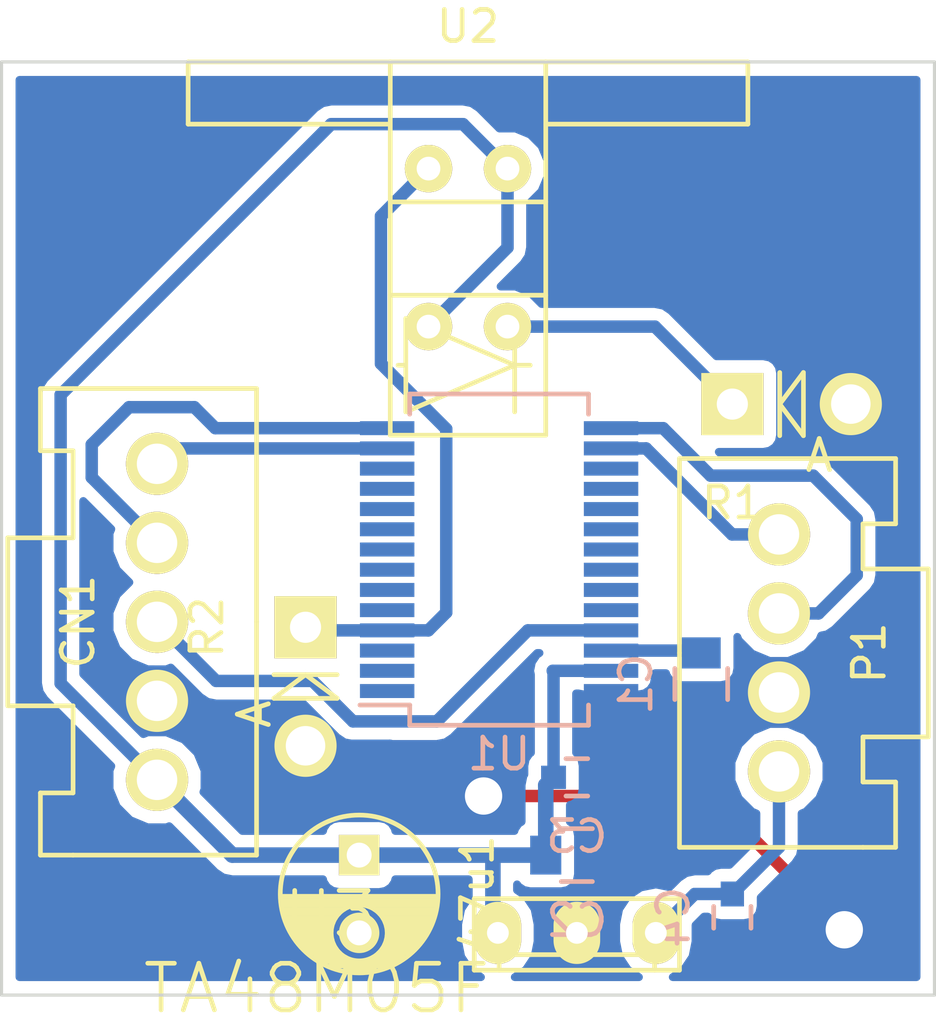
<source format=kicad_pcb>
(kicad_pcb (version 4) (host pcbnew "(2015-07-11 BZR 5925, Git c291b88)-product")

  (general
    (links 28)
    (no_connects 0)
    (area 109.924999 87.732 140.075001 121.115)
    (thickness 1.6)
    (drawings 4)
    (tracks 68)
    (zones 0)
    (modules 12)
    (nets 12)
  )

  (page A4)
  (layers
    (0 F.Cu signal)
    (31 B.Cu signal)
    (32 B.Adhes user)
    (33 F.Adhes user)
    (34 B.Paste user)
    (35 F.Paste user)
    (36 B.SilkS user)
    (37 F.SilkS user)
    (38 B.Mask user)
    (39 F.Mask user)
    (40 Dwgs.User user)
    (41 Cmts.User user)
    (42 Eco1.User user)
    (43 Eco2.User user)
    (44 Edge.Cuts user)
    (45 Margin user)
    (46 B.CrtYd user)
    (47 F.CrtYd user)
    (48 B.Fab user)
    (49 F.Fab user)
  )

  (setup
    (last_trace_width 0.4)
    (user_trace_width 0.4)
    (user_trace_width 0.5)
    (trace_clearance 0.2)
    (zone_clearance 0.4)
    (zone_45_only no)
    (trace_min 0.2)
    (segment_width 0.2)
    (edge_width 0.1)
    (via_size 0.6)
    (via_drill 0.4)
    (via_min_size 0.4)
    (via_min_drill 0.3)
    (user_via 2 1.2)
    (uvia_size 0.3)
    (uvia_drill 0.1)
    (uvias_allowed no)
    (uvia_min_size 0.2)
    (uvia_min_drill 0.1)
    (pcb_text_width 0.3)
    (pcb_text_size 1.5 1.5)
    (mod_edge_width 0.15)
    (mod_text_size 1 1)
    (mod_text_width 0.15)
    (pad_size 1.5 1.5)
    (pad_drill 0.6)
    (pad_to_mask_clearance 0)
    (aux_axis_origin 0 0)
    (visible_elements 7FFFFFFF)
    (pcbplotparams
      (layerselection 0x00030_80000001)
      (usegerberextensions false)
      (excludeedgelayer true)
      (linewidth 0.100000)
      (plotframeref false)
      (viasonmask false)
      (mode 1)
      (useauxorigin false)
      (hpglpennumber 1)
      (hpglpenspeed 20)
      (hpglpendiameter 15)
      (hpglpenoverlay 2)
      (psnegative false)
      (psa4output false)
      (plotreference true)
      (plotvalue true)
      (plotinvisibletext false)
      (padsonsilk false)
      (subtractmaskfromsilk false)
      (outputformat 1)
      (mirror false)
      (drillshape 1)
      (scaleselection 1)
      (outputdirectory ""))
  )

  (net 0 "")
  (net 1 +5V)
  (net 2 GND)
  (net 3 "Net-(C1-Pad1)")
  (net 4 +9V)
  (net 5 SWDIO)
  (net 6 SWDCK)
  (net 7 XRES)
  (net 8 RX)
  (net 9 TX)
  (net 10 "Net-(R1-Pad1)")
  (net 11 SIG1)

  (net_class Default "これは標準のネット クラスです。"
    (clearance 0.2)
    (trace_width 0.25)
    (via_dia 0.6)
    (via_drill 0.4)
    (uvia_dia 0.3)
    (uvia_drill 0.1)
    (add_net +5V)
    (add_net +9V)
    (add_net GND)
    (add_net "Net-(C1-Pad1)")
    (add_net "Net-(R1-Pad1)")
    (add_net RX)
    (add_net SIG1)
    (add_net SWDCK)
    (add_net SWDIO)
    (add_net TX)
    (add_net XRES)
  )

  (module Capacitors_ThroughHole:C_Radial_D5_L6_P2.5 (layer F.Cu) (tedit 0) (tstamp 55CFCECF)
    (at 121.5 115.5 270)
    (descr "Radial Electrolytic Capacitor Diameter 5mm x Length 6mm, Pitch 2.5mm")
    (tags "Electrolytic Capacitor")
    (path /55CFB50A)
    (fp_text reference 47u1 (at 1.25 -3.8 270) (layer F.SilkS)
      (effects (font (size 1 1) (thickness 0.15)))
    )
    (fp_text value CP (at 1.25 3.8 270) (layer F.Fab)
      (effects (font (size 1 1) (thickness 0.15)))
    )
    (fp_line (start 1.325 -2.499) (end 1.325 2.499) (layer F.SilkS) (width 0.15))
    (fp_line (start 1.465 -2.491) (end 1.465 2.491) (layer F.SilkS) (width 0.15))
    (fp_line (start 1.605 -2.475) (end 1.605 -0.095) (layer F.SilkS) (width 0.15))
    (fp_line (start 1.605 0.095) (end 1.605 2.475) (layer F.SilkS) (width 0.15))
    (fp_line (start 1.745 -2.451) (end 1.745 -0.49) (layer F.SilkS) (width 0.15))
    (fp_line (start 1.745 0.49) (end 1.745 2.451) (layer F.SilkS) (width 0.15))
    (fp_line (start 1.885 -2.418) (end 1.885 -0.657) (layer F.SilkS) (width 0.15))
    (fp_line (start 1.885 0.657) (end 1.885 2.418) (layer F.SilkS) (width 0.15))
    (fp_line (start 2.025 -2.377) (end 2.025 -0.764) (layer F.SilkS) (width 0.15))
    (fp_line (start 2.025 0.764) (end 2.025 2.377) (layer F.SilkS) (width 0.15))
    (fp_line (start 2.165 -2.327) (end 2.165 -0.835) (layer F.SilkS) (width 0.15))
    (fp_line (start 2.165 0.835) (end 2.165 2.327) (layer F.SilkS) (width 0.15))
    (fp_line (start 2.305 -2.266) (end 2.305 -0.879) (layer F.SilkS) (width 0.15))
    (fp_line (start 2.305 0.879) (end 2.305 2.266) (layer F.SilkS) (width 0.15))
    (fp_line (start 2.445 -2.196) (end 2.445 -0.898) (layer F.SilkS) (width 0.15))
    (fp_line (start 2.445 0.898) (end 2.445 2.196) (layer F.SilkS) (width 0.15))
    (fp_line (start 2.585 -2.114) (end 2.585 -0.896) (layer F.SilkS) (width 0.15))
    (fp_line (start 2.585 0.896) (end 2.585 2.114) (layer F.SilkS) (width 0.15))
    (fp_line (start 2.725 -2.019) (end 2.725 -0.871) (layer F.SilkS) (width 0.15))
    (fp_line (start 2.725 0.871) (end 2.725 2.019) (layer F.SilkS) (width 0.15))
    (fp_line (start 2.865 -1.908) (end 2.865 -0.823) (layer F.SilkS) (width 0.15))
    (fp_line (start 2.865 0.823) (end 2.865 1.908) (layer F.SilkS) (width 0.15))
    (fp_line (start 3.005 -1.78) (end 3.005 -0.745) (layer F.SilkS) (width 0.15))
    (fp_line (start 3.005 0.745) (end 3.005 1.78) (layer F.SilkS) (width 0.15))
    (fp_line (start 3.145 -1.631) (end 3.145 -0.628) (layer F.SilkS) (width 0.15))
    (fp_line (start 3.145 0.628) (end 3.145 1.631) (layer F.SilkS) (width 0.15))
    (fp_line (start 3.285 -1.452) (end 3.285 -0.44) (layer F.SilkS) (width 0.15))
    (fp_line (start 3.285 0.44) (end 3.285 1.452) (layer F.SilkS) (width 0.15))
    (fp_line (start 3.425 -1.233) (end 3.425 1.233) (layer F.SilkS) (width 0.15))
    (fp_line (start 3.565 -0.944) (end 3.565 0.944) (layer F.SilkS) (width 0.15))
    (fp_line (start 3.705 -0.472) (end 3.705 0.472) (layer F.SilkS) (width 0.15))
    (fp_circle (center 2.5 0) (end 2.5 -0.9) (layer F.SilkS) (width 0.15))
    (fp_circle (center 1.25 0) (end 1.25 -2.5375) (layer F.SilkS) (width 0.15))
    (fp_circle (center 1.25 0) (end 1.25 -2.8) (layer F.CrtYd) (width 0.05))
    (pad 1 thru_hole rect (at 0 0 270) (size 1.3 1.3) (drill 0.8) (layers *.Cu *.Mask F.SilkS)
      (net 1 +5V))
    (pad 2 thru_hole circle (at 2.5 0 270) (size 1.3 1.3) (drill 0.8) (layers *.Cu *.Mask F.SilkS)
      (net 2 GND))
    (model Capacitors_ThroughHole.3dshapes/C_Radial_D5_L6_P2.5.wrl
      (at (xyz 0.0492126 0 0))
      (scale (xyz 1 1 1))
      (rotate (xyz 0 0 90))
    )
  )

  (module Capacitors_SMD:C_0805 (layer B.Cu) (tedit 5415D6EA) (tstamp 55CFCED5)
    (at 132.5 110 270)
    (descr "Capacitor SMD 0805, reflow soldering, AVX (see smccp.pdf)")
    (tags "capacitor 0805")
    (path /55CF5A9A)
    (attr smd)
    (fp_text reference C1 (at 0 2.1 270) (layer B.SilkS)
      (effects (font (size 1 1) (thickness 0.15)) (justify mirror))
    )
    (fp_text value 1u (at 0 -2.1 270) (layer B.Fab)
      (effects (font (size 1 1) (thickness 0.15)) (justify mirror))
    )
    (fp_line (start -1.8 1) (end 1.8 1) (layer B.CrtYd) (width 0.05))
    (fp_line (start -1.8 -1) (end 1.8 -1) (layer B.CrtYd) (width 0.05))
    (fp_line (start -1.8 1) (end -1.8 -1) (layer B.CrtYd) (width 0.05))
    (fp_line (start 1.8 1) (end 1.8 -1) (layer B.CrtYd) (width 0.05))
    (fp_line (start 0.5 0.85) (end -0.5 0.85) (layer B.SilkS) (width 0.15))
    (fp_line (start -0.5 -0.85) (end 0.5 -0.85) (layer B.SilkS) (width 0.15))
    (pad 1 smd rect (at -1 0 270) (size 1 1.25) (layers B.Cu B.Paste B.Mask)
      (net 3 "Net-(C1-Pad1)"))
    (pad 2 smd rect (at 1 0 270) (size 1 1.25) (layers B.Cu B.Paste B.Mask)
      (net 2 GND))
    (model Capacitors_SMD.3dshapes/C_0805.wrl
      (at (xyz 0 0 0))
      (scale (xyz 1 1 1))
      (rotate (xyz 0 0 0))
    )
  )

  (module Capacitors_SMD:C_0805 (layer B.Cu) (tedit 5415D6EA) (tstamp 55CFCEDB)
    (at 128.5 115.5)
    (descr "Capacitor SMD 0805, reflow soldering, AVX (see smccp.pdf)")
    (tags "capacitor 0805")
    (path /55CF5BF7)
    (attr smd)
    (fp_text reference C2 (at 0 2.1) (layer B.SilkS)
      (effects (font (size 1 1) (thickness 0.15)) (justify mirror))
    )
    (fp_text value 1u (at 0 -2.1) (layer B.Fab)
      (effects (font (size 1 1) (thickness 0.15)) (justify mirror))
    )
    (fp_line (start -1.8 1) (end 1.8 1) (layer B.CrtYd) (width 0.05))
    (fp_line (start -1.8 -1) (end 1.8 -1) (layer B.CrtYd) (width 0.05))
    (fp_line (start -1.8 1) (end -1.8 -1) (layer B.CrtYd) (width 0.05))
    (fp_line (start 1.8 1) (end 1.8 -1) (layer B.CrtYd) (width 0.05))
    (fp_line (start 0.5 0.85) (end -0.5 0.85) (layer B.SilkS) (width 0.15))
    (fp_line (start -0.5 -0.85) (end 0.5 -0.85) (layer B.SilkS) (width 0.15))
    (pad 1 smd rect (at -1 0) (size 1 1.25) (layers B.Cu B.Paste B.Mask)
      (net 1 +5V))
    (pad 2 smd rect (at 1 0) (size 1 1.25) (layers B.Cu B.Paste B.Mask)
      (net 2 GND))
    (model Capacitors_SMD.3dshapes/C_0805.wrl
      (at (xyz 0 0 0))
      (scale (xyz 1 1 1))
      (rotate (xyz 0 0 0))
    )
  )

  (module Capacitors_SMD:C_0603 (layer B.Cu) (tedit 5415D631) (tstamp 55CFCEE1)
    (at 128.5 113)
    (descr "Capacitor SMD 0603, reflow soldering, AVX (see smccp.pdf)")
    (tags "capacitor 0603")
    (path /55CF5C7C)
    (attr smd)
    (fp_text reference C3 (at 0 1.9) (layer B.SilkS)
      (effects (font (size 1 1) (thickness 0.15)) (justify mirror))
    )
    (fp_text value 0.1u (at 0 -1.9) (layer B.Fab)
      (effects (font (size 1 1) (thickness 0.15)) (justify mirror))
    )
    (fp_line (start -1.45 0.75) (end 1.45 0.75) (layer B.CrtYd) (width 0.05))
    (fp_line (start -1.45 -0.75) (end 1.45 -0.75) (layer B.CrtYd) (width 0.05))
    (fp_line (start -1.45 0.75) (end -1.45 -0.75) (layer B.CrtYd) (width 0.05))
    (fp_line (start 1.45 0.75) (end 1.45 -0.75) (layer B.CrtYd) (width 0.05))
    (fp_line (start -0.35 0.6) (end 0.35 0.6) (layer B.SilkS) (width 0.15))
    (fp_line (start 0.35 -0.6) (end -0.35 -0.6) (layer B.SilkS) (width 0.15))
    (pad 1 smd rect (at -0.75 0) (size 0.8 0.75) (layers B.Cu B.Paste B.Mask)
      (net 1 +5V))
    (pad 2 smd rect (at 0.75 0) (size 0.8 0.75) (layers B.Cu B.Paste B.Mask)
      (net 2 GND))
    (model Capacitors_SMD.3dshapes/C_0603.wrl
      (at (xyz 0 0 0))
      (scale (xyz 1 1 1))
      (rotate (xyz 0 0 0))
    )
  )

  (module Capacitors_SMD:C_0603 (layer B.Cu) (tedit 5415D631) (tstamp 55CFCEE7)
    (at 133.5 117.5 270)
    (descr "Capacitor SMD 0603, reflow soldering, AVX (see smccp.pdf)")
    (tags "capacitor 0603")
    (path /55CFB49F)
    (attr smd)
    (fp_text reference C4 (at 0 1.9 270) (layer B.SilkS)
      (effects (font (size 1 1) (thickness 0.15)) (justify mirror))
    )
    (fp_text value 0.1u (at 0 -1.9 270) (layer B.Fab)
      (effects (font (size 1 1) (thickness 0.15)) (justify mirror))
    )
    (fp_line (start -1.45 0.75) (end 1.45 0.75) (layer B.CrtYd) (width 0.05))
    (fp_line (start -1.45 -0.75) (end 1.45 -0.75) (layer B.CrtYd) (width 0.05))
    (fp_line (start -1.45 0.75) (end -1.45 -0.75) (layer B.CrtYd) (width 0.05))
    (fp_line (start 1.45 0.75) (end 1.45 -0.75) (layer B.CrtYd) (width 0.05))
    (fp_line (start -0.35 0.6) (end 0.35 0.6) (layer B.SilkS) (width 0.15))
    (fp_line (start 0.35 -0.6) (end -0.35 -0.6) (layer B.SilkS) (width 0.15))
    (pad 1 smd rect (at -0.75 0 270) (size 0.8 0.75) (layers B.Cu B.Paste B.Mask)
      (net 4 +9V))
    (pad 2 smd rect (at 0.75 0 270) (size 0.8 0.75) (layers B.Cu B.Paste B.Mask)
      (net 2 GND))
    (model Capacitors_SMD.3dshapes/C_0603.wrl
      (at (xyz 0 0 0))
      (scale (xyz 1 1 1))
      (rotate (xyz 0 0 0))
    )
  )

  (module user_conn:DF1E-5P_Streight (layer F.Cu) (tedit 55903F87) (tstamp 55CFCEF0)
    (at 115 108 270)
    (path /55CF57E3)
    (fp_text reference CN1 (at 0 2.54 270) (layer F.SilkS)
      (effects (font (size 1 1) (thickness 0.15)))
    )
    (fp_text value CONN_WHITE_5 (at 0 -2.2 270) (layer F.Fab)
      (effects (font (size 1 1) (thickness 0.15)))
    )
    (fp_line (start -2.7 2.7) (end -5.5 2.7) (layer F.SilkS) (width 0.15))
    (fp_line (start 5.5 2.7) (end 2.7 2.7) (layer F.SilkS) (width 0.15))
    (fp_line (start 7.5 2.7) (end 7.5 3.75) (layer F.SilkS) (width 0.15))
    (fp_line (start 7.5 3.75) (end 5.5 3.75) (layer F.SilkS) (width 0.15))
    (fp_line (start 5.5 3.75) (end 5.5 2.7) (layer F.SilkS) (width 0.15))
    (fp_line (start -7.5 2.7) (end -7.5 3.75) (layer F.SilkS) (width 0.15))
    (fp_line (start -7.5 3.75) (end -5.5 3.75) (layer F.SilkS) (width 0.15))
    (fp_line (start -5.5 3.75) (end -5.5 2.7) (layer F.SilkS) (width 0.15))
    (fp_line (start 0 4.8) (end 2.7 4.8) (layer F.SilkS) (width 0.15))
    (fp_line (start 2.7 4.8) (end 2.7 2.7) (layer F.SilkS) (width 0.15))
    (fp_line (start 0 4.8) (end -2.7 4.8) (layer F.SilkS) (width 0.15))
    (fp_line (start -2.7 4.8) (end -2.7 2.7) (layer F.SilkS) (width 0.15))
    (fp_line (start -7.5 -3.2) (end -7.5 2.7) (layer F.SilkS) (width 0.15))
    (fp_line (start 7.5 2.7) (end 7.5 -3.2) (layer F.SilkS) (width 0.15))
    (fp_line (start 7.5 -3.2) (end 0 -3.2) (layer F.SilkS) (width 0.15))
    (fp_line (start 0 -3.2) (end -7.5 -3.2) (layer F.SilkS) (width 0.15))
    (pad 1 thru_hole circle (at -5.08 0 270) (size 2 2) (drill 1.3) (layers *.Cu *.Mask F.SilkS)
      (net 5 SWDIO))
    (pad 2 thru_hole circle (at -2.54 0 270) (size 2 2) (drill 1.3) (layers *.Cu *.Mask F.SilkS)
      (net 6 SWDCK))
    (pad 3 thru_hole circle (at 0 0 270) (size 2 2) (drill 1.3) (layers *.Cu *.Mask F.SilkS)
      (net 7 XRES))
    (pad 4 thru_hole circle (at 2.54 0 270) (size 2 2) (drill 1.3) (layers *.Cu *.Mask F.SilkS)
      (net 2 GND))
    (pad 5 thru_hole circle (at 5.08 0 270) (size 2 2) (drill 1.3) (layers *.Cu *.Mask F.SilkS)
      (net 1 +5V))
  )

  (module Housings_SSOP:SSOP-28_5.3x10.2mm_Pitch0.65mm (layer B.Cu) (tedit 54130A77) (tstamp 55CFCF24)
    (at 126 106)
    (descr "28-Lead Plastic Shrink Small Outline (SS)-5.30 mm Body [SSOP] (see Microchip Packaging Specification 00000049BS.pdf)")
    (tags "SSOP 0.65")
    (path /55CF5782)
    (attr smd)
    (fp_text reference U1 (at 0 6.25) (layer B.SilkS)
      (effects (font (size 1 1) (thickness 0.15)) (justify mirror))
    )
    (fp_text value CY8C4245PVI-482 (at 0 -6.25) (layer B.Fab)
      (effects (font (size 1 1) (thickness 0.15)) (justify mirror))
    )
    (fp_line (start -4.75 5.5) (end -4.75 -5.5) (layer B.CrtYd) (width 0.05))
    (fp_line (start 4.75 5.5) (end 4.75 -5.5) (layer B.CrtYd) (width 0.05))
    (fp_line (start -4.75 5.5) (end 4.75 5.5) (layer B.CrtYd) (width 0.05))
    (fp_line (start -4.75 -5.5) (end 4.75 -5.5) (layer B.CrtYd) (width 0.05))
    (fp_line (start -2.875 5.325) (end -2.875 4.675) (layer B.SilkS) (width 0.15))
    (fp_line (start 2.875 5.325) (end 2.875 4.675) (layer B.SilkS) (width 0.15))
    (fp_line (start 2.875 -5.325) (end 2.875 -4.675) (layer B.SilkS) (width 0.15))
    (fp_line (start -2.875 -5.325) (end -2.875 -4.675) (layer B.SilkS) (width 0.15))
    (fp_line (start -2.875 5.325) (end 2.875 5.325) (layer B.SilkS) (width 0.15))
    (fp_line (start -2.875 -5.325) (end 2.875 -5.325) (layer B.SilkS) (width 0.15))
    (fp_line (start -2.875 4.675) (end -4.475 4.675) (layer B.SilkS) (width 0.15))
    (pad 1 smd rect (at -3.6 4.225) (size 1.75 0.45) (layers B.Cu B.Paste B.Mask))
    (pad 2 smd rect (at -3.6 3.575) (size 1.75 0.45) (layers B.Cu B.Paste B.Mask))
    (pad 3 smd rect (at -3.6 2.925) (size 1.75 0.45) (layers B.Cu B.Paste B.Mask))
    (pad 4 smd rect (at -3.6 2.275) (size 1.75 0.45) (layers B.Cu B.Paste B.Mask)
      (net 11 SIG1))
    (pad 5 smd rect (at -3.6 1.625) (size 1.75 0.45) (layers B.Cu B.Paste B.Mask))
    (pad 6 smd rect (at -3.6 0.975) (size 1.75 0.45) (layers B.Cu B.Paste B.Mask))
    (pad 7 smd rect (at -3.6 0.325) (size 1.75 0.45) (layers B.Cu B.Paste B.Mask))
    (pad 8 smd rect (at -3.6 -0.325) (size 1.75 0.45) (layers B.Cu B.Paste B.Mask))
    (pad 9 smd rect (at -3.6 -0.975) (size 1.75 0.45) (layers B.Cu B.Paste B.Mask))
    (pad 10 smd rect (at -3.6 -1.625) (size 1.75 0.45) (layers B.Cu B.Paste B.Mask))
    (pad 11 smd rect (at -3.6 -2.275) (size 1.75 0.45) (layers B.Cu B.Paste B.Mask))
    (pad 12 smd rect (at -3.6 -2.925) (size 1.75 0.45) (layers B.Cu B.Paste B.Mask))
    (pad 13 smd rect (at -3.6 -3.575) (size 1.75 0.45) (layers B.Cu B.Paste B.Mask)
      (net 5 SWDIO))
    (pad 14 smd rect (at -3.6 -4.225) (size 1.75 0.45) (layers B.Cu B.Paste B.Mask)
      (net 6 SWDCK))
    (pad 15 smd rect (at 3.6 -4.225) (size 1.75 0.45) (layers B.Cu B.Paste B.Mask)
      (net 8 RX))
    (pad 16 smd rect (at 3.6 -3.575) (size 1.75 0.45) (layers B.Cu B.Paste B.Mask)
      (net 9 TX))
    (pad 17 smd rect (at 3.6 -2.925) (size 1.75 0.45) (layers B.Cu B.Paste B.Mask))
    (pad 18 smd rect (at 3.6 -2.275) (size 1.75 0.45) (layers B.Cu B.Paste B.Mask))
    (pad 19 smd rect (at 3.6 -1.625) (size 1.75 0.45) (layers B.Cu B.Paste B.Mask))
    (pad 20 smd rect (at 3.6 -0.975) (size 1.75 0.45) (layers B.Cu B.Paste B.Mask))
    (pad 21 smd rect (at 3.6 -0.325) (size 1.75 0.45) (layers B.Cu B.Paste B.Mask))
    (pad 22 smd rect (at 3.6 0.325) (size 1.75 0.45) (layers B.Cu B.Paste B.Mask))
    (pad 23 smd rect (at 3.6 0.975) (size 1.75 0.45) (layers B.Cu B.Paste B.Mask))
    (pad 24 smd rect (at 3.6 1.625) (size 1.75 0.45) (layers B.Cu B.Paste B.Mask))
    (pad 25 smd rect (at 3.6 2.275) (size 1.75 0.45) (layers B.Cu B.Paste B.Mask)
      (net 7 XRES))
    (pad 26 smd rect (at 3.6 2.925) (size 1.75 0.45) (layers B.Cu B.Paste B.Mask)
      (net 3 "Net-(C1-Pad1)"))
    (pad 27 smd rect (at 3.6 3.575) (size 1.75 0.45) (layers B.Cu B.Paste B.Mask)
      (net 1 +5V))
    (pad 28 smd rect (at 3.6 4.225) (size 1.75 0.45) (layers B.Cu B.Paste B.Mask)
      (net 2 GND))
    (model Housings_SSOP.3dshapes/SSOP-28_5.3x10.2mm_Pitch0.65mm.wrl
      (at (xyz 0 0 0))
      (scale (xyz 1 1 1))
      (rotate (xyz 0 0 0))
    )
  )

  (module user_sensor:CNZ1023 (layer F.Cu) (tedit 55CF9EF4) (tstamp 55CFCF3E)
    (at 125 90 180)
    (path /55CF66FB)
    (fp_text reference U2 (at 0 1.143 180) (layer F.SilkS)
      (effects (font (size 1 1) (thickness 0.15)))
    )
    (fp_text value CNZ1023 (at 0 -13.081 180) (layer F.Fab)
      (effects (font (size 1 1) (thickness 0.15)))
    )
    (fp_line (start 2 -9.75) (end 2.25 -9.75) (layer F.SilkS) (width 0.15))
    (fp_line (start -1.5 -9.75) (end -2 -9.75) (layer F.SilkS) (width 0.15))
    (fp_line (start -1.5 -11.25) (end -1.5 -8.25) (layer F.SilkS) (width 0.15))
    (fp_line (start 2 -11.25) (end 2 -8.25) (layer F.SilkS) (width 0.15))
    (fp_line (start 2 -8.25) (end -1.5 -9.75) (layer F.SilkS) (width 0.15))
    (fp_line (start -1.5 -9.75) (end 2 -11.25) (layer F.SilkS) (width 0.15))
    (fp_line (start 2.5 -7.5) (end -2.5 -7.5) (layer F.SilkS) (width 0.15))
    (fp_line (start 2.5 -4.5) (end -2.5 -4.5) (layer F.SilkS) (width 0.15))
    (fp_line (start -2.5 -2) (end -9 -2) (layer F.SilkS) (width 0.15))
    (fp_line (start -9 -2) (end -9 0) (layer F.SilkS) (width 0.15))
    (fp_line (start -9 0) (end -2.5 0) (layer F.SilkS) (width 0.15))
    (fp_line (start 2.5 -2) (end 9 -2) (layer F.SilkS) (width 0.15))
    (fp_line (start 9 -2) (end 9 0) (layer F.SilkS) (width 0.15))
    (fp_line (start 9 0) (end 2.5 0) (layer F.SilkS) (width 0.15))
    (fp_line (start -2.5 0) (end 2.5 0) (layer F.SilkS) (width 0.15))
    (fp_line (start 2.5 0) (end 2.5 -12) (layer F.SilkS) (width 0.15))
    (fp_line (start 2.5 -12) (end -2.5 -12) (layer F.SilkS) (width 0.15))
    (fp_line (start -2.5 -12) (end -2.5 0) (layer F.SilkS) (width 0.15))
    (pad 3 thru_hole circle (at -1.27 -3.429 180) (size 1.524 1.524) (drill 0.762) (layers *.Cu *.Mask F.SilkS)
      (net 1 +5V))
    (pad 4 thru_hole circle (at 1.27 -3.429 180) (size 1.524 1.524) (drill 0.762) (layers *.Cu *.Mask F.SilkS)
      (net 11 SIG1))
    (pad 1 thru_hole circle (at 1.27 -8.509 180) (size 1.524 1.524) (drill 0.762) (layers *.Cu *.Mask F.SilkS)
      (net 1 +5V))
    (pad 2 thru_hole circle (at -1.27 -8.509 180) (size 1.524 1.524) (drill 0.762) (layers *.Cu *.Mask F.SilkS)
      (net 10 "Net-(R1-Pad1)"))
  )

  (module user_conn:DF1E-4P_Streight (layer F.Cu) (tedit 55903CA5) (tstamp 55CFCF8D)
    (at 135 109 90)
    (path /55CF74D5)
    (fp_text reference P1 (at 0 2.9 90) (layer F.SilkS)
      (effects (font (size 1 1) (thickness 0.15)))
    )
    (fp_text value CONN_4_KRP (at 0 -4.65 90) (layer F.Fab)
      (effects (font (size 1 1) (thickness 0.15)))
    )
    (fp_line (start -2.7 2.7) (end -4.15 2.7) (layer F.SilkS) (width 0.15))
    (fp_line (start 4.15 2.7) (end 2.7 2.7) (layer F.SilkS) (width 0.15))
    (fp_line (start 6.25 2.7) (end 6.25 3.75) (layer F.SilkS) (width 0.15))
    (fp_line (start 6.25 3.75) (end 4.15 3.75) (layer F.SilkS) (width 0.15))
    (fp_line (start 4.15 3.75) (end 4.15 2.7) (layer F.SilkS) (width 0.15))
    (fp_line (start -6.25 2.7) (end -6.25 3.75) (layer F.SilkS) (width 0.15))
    (fp_line (start -6.25 3.75) (end -4.15 3.75) (layer F.SilkS) (width 0.15))
    (fp_line (start -4.15 3.75) (end -4.15 2.7) (layer F.SilkS) (width 0.15))
    (fp_line (start 0 4.8) (end 2.7 4.8) (layer F.SilkS) (width 0.15))
    (fp_line (start 2.7 4.8) (end 2.7 2.7) (layer F.SilkS) (width 0.15))
    (fp_line (start 0 4.8) (end -2.7 4.8) (layer F.SilkS) (width 0.15))
    (fp_line (start -2.7 4.8) (end -2.7 2.7) (layer F.SilkS) (width 0.15))
    (fp_line (start 6.25 -3.2) (end 6.25 2.7) (layer F.SilkS) (width 0.15))
    (fp_line (start -6.25 2.7) (end -6.25 -3.2) (layer F.SilkS) (width 0.15))
    (fp_line (start 0 -3.2) (end 6.25 -3.2) (layer F.SilkS) (width 0.15))
    (fp_line (start 0 -3.2) (end -6.25 -3.2) (layer F.SilkS) (width 0.15))
    (pad 1 thru_hole circle (at -3.81 0 90) (size 2 2) (drill 1.3) (layers *.Cu *.Mask F.SilkS)
      (net 4 +9V))
    (pad 2 thru_hole circle (at -1.27 0 90) (size 2 2) (drill 1.3) (layers *.Cu *.Mask F.SilkS)
      (net 2 GND))
    (pad 3 thru_hole circle (at 1.27 0 90) (size 2 2) (drill 1.3) (layers *.Cu *.Mask F.SilkS)
      (net 8 RX))
    (pad 4 thru_hole circle (at 3.81 0 90) (size 2 2) (drill 1.3) (layers *.Cu *.Mask F.SilkS)
      (net 9 TX))
  )

  (module user_conn:TO-251 (layer F.Cu) (tedit 55043FBA) (tstamp 55CFD073)
    (at 128.5 118 180)
    (path /55CFB30E)
    (fp_text reference U3 (at 7.93 0.55 180) (layer F.SilkS)
      (effects (font (size 1.5 1.5) (thickness 0.15)))
    )
    (fp_text value TA48M05F (at 8.37 -1.79 180) (layer F.SilkS)
      (effects (font (size 1.5 1.5) (thickness 0.15)))
    )
    (fp_line (start -2.5 -0.9) (end -2.5 -0.7) (layer F.SilkS) (width 0.15))
    (fp_line (start -2.5 -0.7) (end 2.5 -0.7) (layer F.SilkS) (width 0.15))
    (fp_line (start 2.5 -0.7) (end 2.5 -0.9) (layer F.SilkS) (width 0.15))
    (fp_line (start 2.5 -0.9) (end 2.5 -1.2) (layer F.SilkS) (width 0.15))
    (fp_line (start -2.5 -0.9) (end -2.5 -1.2) (layer F.SilkS) (width 0.15))
    (fp_line (start -3.3 0) (end -3.3 -1.2) (layer F.SilkS) (width 0.15))
    (fp_line (start -3.3 -1.2) (end 3.3 -1.2) (layer F.SilkS) (width 0.15))
    (fp_line (start 3.3 -1.2) (end 3.3 1.1) (layer F.SilkS) (width 0.15))
    (fp_line (start 3.3 1.1) (end -3.3 1.1) (layer F.SilkS) (width 0.15))
    (fp_line (start -3.3 1.1) (end -3.3 0) (layer F.SilkS) (width 0.15))
    (pad 1 thru_hole oval (at -2.54 0 180) (size 1.5 2) (drill 0.7) (layers *.Cu *.Mask F.SilkS)
      (net 4 +9V))
    (pad 2 thru_hole oval (at 2.54 0 180) (size 1.5 2) (drill 0.7) (layers *.Cu *.Mask F.SilkS)
      (net 1 +5V))
    (pad 3 thru_hole oval (at 0 0 180) (size 1.5 2) (drill 0.7) (layers *.Cu *.Mask F.SilkS)
      (net 2 GND))
  )

  (module Diodes_ThroughHole:Diode_DO-41_SOD81_Vertical_AnodeUp (layer F.Cu) (tedit 5538ACB1) (tstamp 55CFD659)
    (at 133.5 101)
    (descr "Diode, DO-41, SOD81, Vertical, Anode Up,")
    (tags "Diode, DO-41, SOD81, Vertical, Anode Up, 1N4007, SB140,")
    (path /55CF6A9A)
    (fp_text reference R1 (at 0 3.175) (layer F.SilkS)
      (effects (font (size 1 1) (thickness 0.15)))
    )
    (fp_text value 180 (at 0.05 -2) (layer F.Fab)
      (effects (font (size 1 1) (thickness 0.15)))
    )
    (fp_text user A (at 2.794 1.651) (layer F.SilkS)
      (effects (font (size 1 1) (thickness 0.15)))
    )
    (fp_line (start 1.524 0) (end 2.286 1.016) (layer F.SilkS) (width 0.15))
    (fp_line (start 1.524 0) (end 2.286 -1.016) (layer F.SilkS) (width 0.15))
    (fp_line (start 1.524 -1.016) (end 1.524 1.016) (layer F.SilkS) (width 0.15))
    (fp_line (start 2.286 -1.016) (end 2.286 1.016) (layer F.SilkS) (width 0.15))
    (pad 2 thru_hole circle (at 3.81 0) (size 1.99898 1.99898) (drill 1.27) (layers *.Cu *.Mask F.SilkS)
      (net 2 GND))
    (pad 1 thru_hole rect (at 0 0) (size 1.99898 1.99898) (drill 1.00076) (layers *.Cu *.Mask F.SilkS)
      (net 10 "Net-(R1-Pad1)"))
  )

  (module Diodes_ThroughHole:Diode_DO-41_SOD81_Vertical_AnodeUp (layer F.Cu) (tedit 5538ACB1) (tstamp 55CFD65E)
    (at 119.775 108.175 270)
    (descr "Diode, DO-41, SOD81, Vertical, Anode Up,")
    (tags "Diode, DO-41, SOD81, Vertical, Anode Up, 1N4007, SB140,")
    (path /55CF6C42)
    (fp_text reference R2 (at 0 3.175 270) (layer F.SilkS)
      (effects (font (size 1 1) (thickness 0.15)))
    )
    (fp_text value 100 (at 0.05 -2 270) (layer F.Fab)
      (effects (font (size 1 1) (thickness 0.15)))
    )
    (fp_text user A (at 2.794 1.651 270) (layer F.SilkS)
      (effects (font (size 1 1) (thickness 0.15)))
    )
    (fp_line (start 1.524 0) (end 2.286 1.016) (layer F.SilkS) (width 0.15))
    (fp_line (start 1.524 0) (end 2.286 -1.016) (layer F.SilkS) (width 0.15))
    (fp_line (start 1.524 -1.016) (end 1.524 1.016) (layer F.SilkS) (width 0.15))
    (fp_line (start 2.286 -1.016) (end 2.286 1.016) (layer F.SilkS) (width 0.15))
    (pad 2 thru_hole circle (at 3.81 0 270) (size 1.99898 1.99898) (drill 1.27) (layers *.Cu *.Mask F.SilkS)
      (net 2 GND))
    (pad 1 thru_hole rect (at 0 0 270) (size 1.99898 1.99898) (drill 1.00076) (layers *.Cu *.Mask F.SilkS)
      (net 11 SIG1))
  )

  (gr_line (start 140 90) (end 110 90) (angle 90) (layer Edge.Cuts) (width 0.1))
  (gr_line (start 140 120) (end 140 90) (angle 90) (layer Edge.Cuts) (width 0.1))
  (gr_line (start 110 120) (end 140 120) (angle 90) (layer Edge.Cuts) (width 0.1))
  (gr_line (start 110 90) (end 110 120) (angle 90) (layer Edge.Cuts) (width 0.1))

  (segment (start 115 113.08) (end 111.9 109.98) (width 0.4) (layer B.Cu) (net 1))
  (segment (start 124.841 92) (end 126.27 93.429) (width 0.4) (layer B.Cu) (net 1) (tstamp 55D07A82))
  (segment (start 120.6 92) (end 124.841 92) (width 0.4) (layer B.Cu) (net 1) (tstamp 55D07A75))
  (segment (start 111.9 100.7) (end 120.6 92) (width 0.4) (layer B.Cu) (net 1) (tstamp 55D07A73))
  (segment (start 111.9 109.98) (end 111.9 100.7) (width 0.4) (layer B.Cu) (net 1) (tstamp 55D07A6D))
  (segment (start 126.27 93.429) (end 126.27 95.969) (width 0.4) (layer B.Cu) (net 1))
  (segment (start 126.27 95.969) (end 123.73 98.509) (width 0.4) (layer B.Cu) (net 1) (tstamp 55D07A10))
  (segment (start 129.6 109.575) (end 127.725 109.575) (width 0.4) (layer B.Cu) (net 1))
  (segment (start 127.75 109.6) (end 127.75 113) (width 0.4) (layer B.Cu) (net 1) (tstamp 55D079C4))
  (segment (start 127.725 109.575) (end 127.75 109.6) (width 0.4) (layer B.Cu) (net 1) (tstamp 55D079C3))
  (segment (start 127.5 115.5) (end 127.5 113.25) (width 0.5) (layer B.Cu) (net 1))
  (segment (start 127.5 113.25) (end 127.75 113) (width 0.5) (layer B.Cu) (net 1) (tstamp 55D079B9))
  (segment (start 125.96 118) (end 125.8 117.84) (width 0.5) (layer B.Cu) (net 1))
  (segment (start 125.8 117.84) (end 125.8 115.5) (width 0.5) (layer B.Cu) (net 1) (tstamp 55D079B4))
  (segment (start 121.5 115.5) (end 125.8 115.5) (width 0.5) (layer B.Cu) (net 1))
  (segment (start 125.8 115.5) (end 127.5 115.5) (width 0.5) (layer B.Cu) (net 1) (tstamp 55D079B7))
  (segment (start 115 113.08) (end 117.42 115.5) (width 0.5) (layer B.Cu) (net 1))
  (segment (start 117.42 115.5) (end 121.5 115.5) (width 0.5) (layer B.Cu) (net 1) (tstamp 55D079AD))
  (segment (start 129.6 110.225) (end 129.25 110.575) (width 0.4) (layer B.Cu) (net 2) (status 400000))
  (segment (start 129.25 110.575) (end 129.25 113) (width 0.4) (layer B.Cu) (net 2) (tstamp 55D082AB) (status 800000))
  (segment (start 119.775 111.985) (end 122.485 111.985) (width 0.4) (layer B.Cu) (net 2))
  (via (at 137.1 117.9) (size 2) (drill 1.2) (layers F.Cu B.Cu) (net 2))
  (segment (start 132.8 113.6) (end 137.1 117.9) (width 0.4) (layer F.Cu) (net 2) (tstamp 55D07AFA))
  (segment (start 125.5 113.6) (end 132.8 113.6) (width 0.4) (layer F.Cu) (net 2) (tstamp 55D07AF9))
  (via (at 125.5 113.6) (size 2) (drill 1.2) (layers F.Cu B.Cu) (net 2))
  (segment (start 124.1 113.6) (end 125.5 113.6) (width 0.4) (layer B.Cu) (net 2) (tstamp 55D07AEA))
  (segment (start 122.485 111.985) (end 124.1 113.6) (width 0.4) (layer B.Cu) (net 2) (tstamp 55D07AE8))
  (segment (start 129.6 108.925) (end 132.425 108.925) (width 0.4) (layer B.Cu) (net 3))
  (segment (start 132.425 108.925) (end 132.5 109) (width 0.4) (layer B.Cu) (net 3) (tstamp 55D079E0))
  (segment (start 135 112.81) (end 135 115.25) (width 0.4) (layer B.Cu) (net 4))
  (segment (start 135 115.25) (end 133.5 116.75) (width 0.4) (layer B.Cu) (net 4) (tstamp 55D07A03))
  (segment (start 131.04 118) (end 132.29 116.75) (width 0.4) (layer B.Cu) (net 4))
  (segment (start 132.29 116.75) (end 133.5 116.75) (width 0.4) (layer B.Cu) (net 4) (tstamp 55D079FD))
  (segment (start 122.4 102.425) (end 115.495 102.425) (width 0.4) (layer B.Cu) (net 5))
  (segment (start 115.495 102.425) (end 115 102.92) (width 0.25) (layer B.Cu) (net 5) (tstamp 55D07960))
  (segment (start 122.4 101.775) (end 116.875 101.775) (width 0.4) (layer B.Cu) (net 6))
  (segment (start 116.875 101.775) (end 116.2 101.1) (width 0.4) (layer B.Cu) (net 6) (tstamp 55D07955))
  (segment (start 116.2 101.1) (end 114.1 101.1) (width 0.4) (layer B.Cu) (net 6) (tstamp 55D07959))
  (segment (start 114.1 101.1) (end 112.9 102.3) (width 0.4) (layer B.Cu) (net 6) (tstamp 55D0795A))
  (segment (start 112.9 102.3) (end 112.9 103.36) (width 0.4) (layer B.Cu) (net 6) (tstamp 55D0795B))
  (segment (start 112.9 103.36) (end 115 105.46) (width 0.4) (layer B.Cu) (net 6) (tstamp 55D0795C))
  (segment (start 129.6 108.275) (end 126.925 108.275) (width 0.4) (layer B.Cu) (net 7))
  (segment (start 116.9 109.9) (end 115 108) (width 0.4) (layer B.Cu) (net 7) (tstamp 55D07A43))
  (segment (start 120 109.9) (end 116.9 109.9) (width 0.4) (layer B.Cu) (net 7) (tstamp 55D07A41))
  (segment (start 121.3 111.2) (end 120 109.9) (width 0.4) (layer B.Cu) (net 7) (tstamp 55D07A3F))
  (segment (start 124 111.2) (end 121.3 111.2) (width 0.4) (layer B.Cu) (net 7) (tstamp 55D07A3C))
  (segment (start 126.925 108.275) (end 124 111.2) (width 0.4) (layer B.Cu) (net 7) (tstamp 55D07A33))
  (segment (start 129.6 101.775) (end 131.275 101.775) (width 0.4) (layer B.Cu) (net 8))
  (segment (start 136.27 107.73) (end 135 107.73) (width 0.4) (layer B.Cu) (net 8) (tstamp 55D079F7))
  (segment (start 137.5 106.5) (end 136.27 107.73) (width 0.4) (layer B.Cu) (net 8) (tstamp 55D079F4))
  (segment (start 137.5 105.23) (end 137.5 106.5) (width 0.4) (layer B.Cu) (net 8) (tstamp 55D079F3))
  (segment (start 137.5 104.7) (end 137.5 105.23) (width 0.4) (layer B.Cu) (net 8) (tstamp 55D079F2))
  (segment (start 136.1 103.3) (end 137.5 104.7) (width 0.4) (layer B.Cu) (net 8) (tstamp 55D079F1))
  (segment (start 132.8 103.3) (end 136.1 103.3) (width 0.4) (layer B.Cu) (net 8) (tstamp 55D079F0))
  (segment (start 131.275 101.775) (end 132.8 103.3) (width 0.4) (layer B.Cu) (net 8) (tstamp 55D079EF))
  (segment (start 135 105.19) (end 133.49 105.19) (width 0.4) (layer B.Cu) (net 9))
  (segment (start 130.725 102.425) (end 129.6 102.425) (width 0.4) (layer B.Cu) (net 9) (tstamp 55D079EB))
  (segment (start 133.49 105.19) (end 130.725 102.425) (width 0.4) (layer B.Cu) (net 9) (tstamp 55D079E8))
  (segment (start 133.5 101) (end 131.009 98.509) (width 0.4) (layer B.Cu) (net 10))
  (segment (start 131.009 98.509) (end 126.27 98.509) (width 0.4) (layer B.Cu) (net 10) (tstamp 55D07A15))
  (segment (start 122.4 108.275) (end 123.725 108.275) (width 0.4) (layer B.Cu) (net 11))
  (segment (start 122.2 94.959) (end 123.73 93.429) (width 0.4) (layer B.Cu) (net 11) (tstamp 55D07A2C))
  (segment (start 122.2 99.7) (end 122.2 94.959) (width 0.4) (layer B.Cu) (net 11) (tstamp 55D07A2A))
  (segment (start 124.3 101.8) (end 122.2 99.7) (width 0.4) (layer B.Cu) (net 11) (tstamp 55D07A27))
  (segment (start 124.3 107.7) (end 124.3 101.8) (width 0.4) (layer B.Cu) (net 11) (tstamp 55D07A20))
  (segment (start 123.725 108.275) (end 124.3 107.7) (width 0.4) (layer B.Cu) (net 11) (tstamp 55D07A1B))
  (segment (start 122.4 108.275) (end 119.875 108.275) (width 0.4) (layer B.Cu) (net 11))
  (segment (start 119.875 108.275) (end 119.775 108.175) (width 0.25) (layer B.Cu) (net 11) (tstamp 55D07966))

  (zone (net 2) (net_name GND) (layer B.Cu) (tstamp 55D07A8A) (hatch edge 0.508)
    (connect_pads yes (clearance 0.4))
    (min_thickness 0.254)
    (fill yes (arc_segments 16) (thermal_gap 0.508) (thermal_bridge_width 0.508))
    (polygon
      (pts
        (xy 140 120) (xy 110 120) (xy 110 90) (xy 140 90)
      )
    )
    (filled_polygon
      (pts
        (xy 138.227001 104.7) (xy 138.176941 104.448337) (xy 138.17166 104.421789) (xy 138.014067 104.185933) (xy 136.614067 102.785933)
        (xy 136.490264 102.703211) (xy 136.378211 102.62834) (xy 136.310785 102.614928) (xy 136.1 102.572999) (xy 136.099995 102.573)
        (xy 133.101133 102.573) (xy 133.064948 102.536815) (xy 134.49949 102.536815) (xy 134.700433 102.497827) (xy 134.877044 102.381813)
        (xy 134.995265 102.206672) (xy 135.036815 101.99949) (xy 135.036815 100.00051) (xy 134.997827 99.799567) (xy 134.881813 99.622956)
        (xy 134.706672 99.504735) (xy 134.49949 99.463185) (xy 132.991319 99.463185) (xy 131.523067 97.994933) (xy 131.287211 97.83734)
        (xy 131.241052 97.828158) (xy 131.009 97.781999) (xy 131.008995 97.782) (xy 127.36431 97.782) (xy 127.363398 97.779794)
        (xy 127.001113 97.416876) (xy 126.527523 97.220224) (xy 126.047328 97.219805) (xy 126.784064 96.483069) (xy 126.784067 96.483067)
        (xy 126.94166 96.247211) (xy 126.997 95.969) (xy 126.997 94.52331) (xy 126.999206 94.522398) (xy 127.362124 94.160113)
        (xy 127.558776 93.686523) (xy 127.559223 93.173727) (xy 127.363398 92.699794) (xy 127.001113 92.336876) (xy 126.527523 92.140224)
        (xy 126.014727 92.139777) (xy 126.010611 92.141477) (xy 125.355067 91.485933) (xy 125.119211 91.32834) (xy 125.073052 91.319158)
        (xy 124.841 91.272999) (xy 124.840995 91.273) (xy 120.600005 91.273) (xy 120.6 91.272999) (xy 120.367948 91.319158)
        (xy 120.321789 91.32834) (xy 120.085933 91.485933) (xy 111.385933 100.185933) (xy 111.22834 100.421789) (xy 111.227037 100.42834)
        (xy 111.172999 100.7) (xy 111.173 100.700005) (xy 111.173 109.979995) (xy 111.172999 109.98) (xy 111.212296 110.177554)
        (xy 111.22834 110.258211) (xy 111.281202 110.337325) (xy 111.385933 110.494067) (xy 113.530047 112.638181) (xy 113.473265 112.774928)
        (xy 113.472735 113.382407) (xy 113.704717 113.943846) (xy 114.133894 114.373773) (xy 114.694928 114.606735) (xy 115.302407 114.607265)
        (xy 115.391577 114.570421) (xy 116.870578 116.049422) (xy 117.122655 116.217854) (xy 117.42 116.277) (xy 120.337316 116.277)
        (xy 120.351663 116.350943) (xy 120.467677 116.527554) (xy 120.642818 116.645775) (xy 120.85 116.687325) (xy 122.15 116.687325)
        (xy 122.350943 116.648337) (xy 122.527554 116.532323) (xy 122.645775 116.357182) (xy 122.661855 116.277) (xy 125.023 116.277)
        (xy 125.023 116.868031) (xy 124.780206 117.231397) (xy 124.683 117.720084) (xy 124.683 118.279916) (xy 124.780206 118.768603)
        (xy 125.057025 119.182891) (xy 125.416373 119.423) (xy 110.577 119.423) (xy 110.577 90.577) (xy 139.423 90.577)
        (xy 139.423 119.423) (xy 131.583627 119.423) (xy 131.942975 119.182891) (xy 132.219794 118.768603) (xy 132.317 118.279916)
        (xy 132.317 117.751134) (xy 132.591134 117.477) (xy 132.709469 117.477) (xy 132.742677 117.527554) (xy 132.917818 117.645775)
        (xy 133.125 117.687325) (xy 133.875 117.687325) (xy 134.075943 117.648337) (xy 134.252554 117.532323) (xy 134.370775 117.357182)
        (xy 134.412325 117.15) (xy 134.412325 116.865809) (xy 135.514064 115.764069) (xy 135.514067 115.764067) (xy 135.67166 115.528211)
        (xy 135.727 115.25) (xy 135.727 114.161827) (xy 135.863846 114.105283) (xy 136.293773 113.676106) (xy 136.526735 113.115072)
        (xy 136.527265 112.507593) (xy 136.295283 111.946154) (xy 135.866106 111.516227) (xy 135.305072 111.283265) (xy 134.697593 111.282735)
        (xy 134.136154 111.514717) (xy 133.706227 111.943894) (xy 133.473265 112.504928) (xy 133.472735 113.112407) (xy 133.704717 113.673846)
        (xy 134.133894 114.103773) (xy 134.273 114.161535) (xy 134.273 114.948867) (xy 133.409191 115.812675) (xy 133.125 115.812675)
        (xy 132.924057 115.851663) (xy 132.747446 115.967677) (xy 132.710103 116.023) (xy 132.290005 116.023) (xy 132.29 116.022999)
        (xy 132.057948 116.069158) (xy 132.011789 116.07834) (xy 131.905953 116.149057) (xy 131.775933 116.235933) (xy 131.481051 116.530815)
        (xy 131.04 116.443084) (xy 130.551313 116.54029) (xy 130.137025 116.817109) (xy 129.860206 117.231397) (xy 129.763 117.720084)
        (xy 129.763 118.279916) (xy 129.860206 118.768603) (xy 130.137025 119.182891) (xy 130.496373 119.423) (xy 126.503627 119.423)
        (xy 126.862975 119.182891) (xy 127.139794 118.768603) (xy 127.237 118.279916) (xy 127.237 117.720084) (xy 127.139794 117.231397)
        (xy 126.862975 116.817109) (xy 126.577 116.626026) (xy 126.577 116.44063) (xy 126.617677 116.502554) (xy 126.792818 116.620775)
        (xy 127 116.662325) (xy 128 116.662325) (xy 128.200943 116.623337) (xy 128.377554 116.507323) (xy 128.495775 116.332182)
        (xy 128.537325 116.125) (xy 128.537325 114.875) (xy 128.498337 114.674057) (xy 128.382323 114.497446) (xy 128.277 114.426352)
        (xy 128.277 113.887684) (xy 128.350943 113.873337) (xy 128.527554 113.757323) (xy 128.645775 113.582182) (xy 128.687325 113.375)
        (xy 128.687325 112.625) (xy 128.648337 112.424057) (xy 128.532323 112.247446) (xy 128.477 112.210103) (xy 128.477 110.302)
        (xy 128.548858 110.302) (xy 128.725 110.337325) (xy 130.475 110.337325) (xy 130.675943 110.298337) (xy 130.852554 110.182323)
        (xy 130.970775 110.007182) (xy 131.012325 109.8) (xy 131.012325 109.652) (xy 131.367167 109.652) (xy 131.376663 109.700943)
        (xy 131.492677 109.877554) (xy 131.667818 109.995775) (xy 131.875 110.037325) (xy 133.125 110.037325) (xy 133.325943 109.998337)
        (xy 133.502554 109.882323) (xy 133.620775 109.707182) (xy 133.662325 109.5) (xy 133.662325 108.5) (xy 133.659124 108.483503)
        (xy 133.704717 108.593846) (xy 134.133894 109.023773) (xy 134.694928 109.256735) (xy 135.302407 109.257265) (xy 135.863846 109.025283)
        (xy 136.293773 108.596106) (xy 136.358875 108.439322) (xy 136.502052 108.410842) (xy 136.548211 108.40166) (xy 136.784067 108.244067)
        (xy 138.014064 107.014069) (xy 138.014067 107.014067) (xy 138.17166 106.778211) (xy 138.191758 106.677173) (xy 138.227001 106.5)
        (xy 138.227 106.499995) (xy 138.227 104.700005) (xy 138.227001 104.7)
      )
    )
    (filled_polygon
      (pts
        (xy 122.648337 114.649057) (xy 122.532323 114.472446) (xy 122.357182 114.354225) (xy 122.15 114.312675) (xy 120.85 114.312675)
        (xy 120.649057 114.351663) (xy 120.472446 114.467677) (xy 120.354225 114.642818) (xy 120.338145 114.723) (xy 117.741844 114.723)
        (xy 116.490699 113.471855) (xy 116.526735 113.385072) (xy 116.527265 112.777593) (xy 116.295283 112.216154) (xy 115.866106 111.786227)
        (xy 115.305072 111.553265) (xy 114.697593 111.552735) (xy 114.558388 111.610254) (xy 112.627 109.678866) (xy 112.627 104.115134)
        (xy 113.530047 105.018181) (xy 113.473265 105.154928) (xy 113.472735 105.762407) (xy 113.704717 106.323846) (xy 114.110494 106.730332)
        (xy 113.706227 107.133894) (xy 113.473265 107.694928) (xy 113.472735 108.302407) (xy 113.704717 108.863846) (xy 114.133894 109.293773)
        (xy 114.694928 109.526735) (xy 115.302407 109.527265) (xy 115.441613 109.469746) (xy 116.385931 110.414064) (xy 116.385933 110.414067)
        (xy 116.621789 110.57166) (xy 116.667948 110.580842) (xy 116.9 110.627001) (xy 116.900005 110.627) (xy 119.698866 110.627)
        (xy 120.785931 111.714064) (xy 120.785933 111.714067) (xy 121.021789 111.87166) (xy 121.067948 111.880842) (xy 121.3 111.927001)
        (xy 121.300005 111.927) (xy 123.999995 111.927) (xy 124 111.927001) (xy 124.232052 111.880842) (xy 124.278211 111.87166)
        (xy 124.514067 111.714067) (xy 127.226133 109.002) (xy 127.299133 109.002) (xy 127.210933 109.060933) (xy 127.05334 109.296789)
        (xy 127.05334 109.29679) (xy 126.997999 109.575) (xy 127.023 109.700685) (xy 127.023 112.209469) (xy 126.972446 112.242677)
        (xy 126.854225 112.417818) (xy 126.812675 112.625) (xy 126.812675 112.906965) (xy 126.782146 112.952655) (xy 126.723 113.25)
        (xy 126.723 114.426624) (xy 126.622446 114.492677) (xy 126.504225 114.667818) (xy 126.493158 114.723) (xy 122.662684 114.723)
        (xy 122.648337 114.649057)
      )
    )
  )
)

</source>
